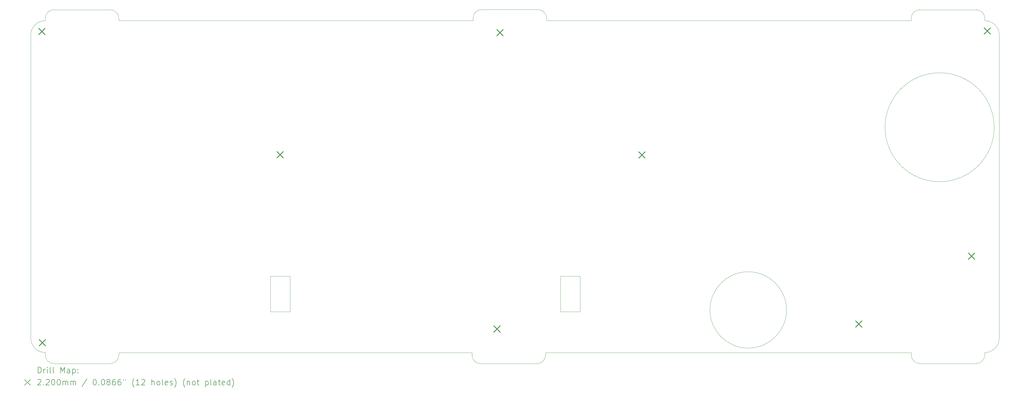
<source format=gbr>
%TF.GenerationSoftware,KiCad,Pcbnew,7.0.6*%
%TF.CreationDate,2023-09-10T15:30:53-07:00*%
%TF.ProjectId,top plate,746f7020-706c-4617-9465-2e6b69636164,rev?*%
%TF.SameCoordinates,Original*%
%TF.FileFunction,Drillmap*%
%TF.FilePolarity,Positive*%
%FSLAX45Y45*%
G04 Gerber Fmt 4.5, Leading zero omitted, Abs format (unit mm)*
G04 Created by KiCad (PCBNEW 7.0.6) date 2023-09-10 15:30:53*
%MOMM*%
%LPD*%
G01*
G04 APERTURE LIST*
%ADD10C,0.100000*%
%ADD11C,0.200000*%
%ADD12C,0.220000*%
G04 APERTURE END LIST*
D10*
X30314067Y-13300831D02*
X32250413Y-13300831D01*
X17805936Y-13605874D02*
G75*
G03*
X17505943Y-13305874I-299996J5D01*
G01*
D11*
X14769597Y-13995523D02*
G75*
G03*
X14769597Y-13995523I0J0D01*
G01*
D10*
X32550409Y-13600831D02*
G75*
G03*
X32250413Y-13300831I-299999J1D01*
G01*
X15269597Y-25152154D02*
X15269597Y-25231921D01*
X14769606Y-24652154D02*
G75*
G03*
X15269597Y-25152154I499994J-6D01*
G01*
X30314067Y-13300827D02*
G75*
G03*
X30014067Y-13600831I3J-300003D01*
G01*
X40820570Y-23679495D02*
G75*
G03*
X40820570Y-23679495I-1319493J0D01*
G01*
X29977991Y-25158234D02*
X17805943Y-25152154D01*
X30014067Y-13680597D02*
X17805943Y-13685641D01*
X32550413Y-13680597D02*
X45118251Y-13685641D01*
X17505943Y-25531923D02*
G75*
G03*
X17805943Y-25231921I-3J300003D01*
G01*
X47654597Y-13605874D02*
X47654597Y-13685641D01*
X29977991Y-25158234D02*
X29977991Y-25238000D01*
X45118251Y-13685641D02*
X45118251Y-13605874D01*
X15569597Y-13305874D02*
X17505943Y-13305874D01*
X45418251Y-13305881D02*
G75*
G03*
X45118251Y-13605874I-11J-299989D01*
G01*
X15569597Y-13305867D02*
G75*
G03*
X15269597Y-13605874I-7J-299993D01*
G01*
X17805943Y-25152154D02*
X17805943Y-25231921D01*
X14769597Y-24652154D02*
X14769597Y-14185641D01*
X29977990Y-25238000D02*
G75*
G03*
X30277991Y-25538000I300000J0D01*
G01*
X47354597Y-25531917D02*
G75*
G03*
X47654597Y-25231921I3J299997D01*
G01*
X45118251Y-25152154D02*
X45118251Y-25231921D01*
X45418251Y-25531921D02*
X47354597Y-25531921D01*
D11*
X14769597Y-24520523D02*
G75*
G03*
X14769597Y-24520523I0J0D01*
G01*
X48154597Y-13995523D02*
G75*
G03*
X48154597Y-13995523I0J0D01*
G01*
D10*
X32550413Y-13600831D02*
X32550413Y-13680597D01*
X47978685Y-17367477D02*
G75*
G03*
X47978685Y-17367477I-1881356J0D01*
G01*
D11*
X48154597Y-24520523D02*
G75*
G03*
X48154597Y-24520523I0J0D01*
G01*
D10*
X45118251Y-25152154D02*
X32514337Y-25158234D01*
X45118249Y-25231921D02*
G75*
G03*
X45418251Y-25531921I300001J1D01*
G01*
X15569597Y-25531921D02*
X17505943Y-25531921D01*
X30014067Y-13680597D02*
X30014067Y-13600831D01*
X48154597Y-14185641D02*
X48154597Y-24652154D01*
X32214337Y-25537997D02*
G75*
G03*
X32514337Y-25238000I3J299997D01*
G01*
X17805943Y-13605874D02*
X17805943Y-13685641D01*
X47654595Y-13605874D02*
G75*
G03*
X47354597Y-13305874I-299996J5D01*
G01*
X47654597Y-25231921D02*
X47654597Y-25152154D01*
X47654597Y-25152157D02*
G75*
G03*
X48154597Y-24652154I-7J500007D01*
G01*
X15269599Y-25231921D02*
G75*
G03*
X15569597Y-25531921I300001J1D01*
G01*
X33033259Y-22515391D02*
X33708391Y-22515391D01*
X33708391Y-23744504D01*
X33033259Y-23744504D01*
X33033259Y-22515391D01*
X45418251Y-13305874D02*
X47354597Y-13305874D01*
X23033189Y-22517153D02*
X23706593Y-22517153D01*
X23706593Y-23744519D01*
X23033189Y-23744519D01*
X23033189Y-22517153D01*
X15269597Y-13685641D02*
X15269597Y-13605874D01*
X32514337Y-25238000D02*
X32514337Y-25158234D01*
X30277991Y-25538000D02*
X32214337Y-25538000D01*
X15269597Y-13685647D02*
G75*
G03*
X14769597Y-14185641I-7J-499993D01*
G01*
X48154599Y-14185641D02*
G75*
G03*
X47654597Y-13685641I-499999J1D01*
G01*
D11*
D12*
X15039897Y-13944232D02*
X15259897Y-14164232D01*
X15259897Y-13944232D02*
X15039897Y-14164232D01*
X15058983Y-24701207D02*
X15278983Y-24921207D01*
X15278983Y-24701207D02*
X15058983Y-24921207D01*
X23254243Y-18201252D02*
X23474243Y-18421252D01*
X23474243Y-18201252D02*
X23254243Y-18421252D01*
X23254243Y-18201252D02*
X23474243Y-18421252D01*
X23474243Y-18201252D02*
X23254243Y-18421252D01*
X30724930Y-24224707D02*
X30944930Y-24444707D01*
X30944930Y-24224707D02*
X30724930Y-24444707D01*
X30829358Y-13990019D02*
X31049358Y-14210019D01*
X31049358Y-13990019D02*
X30829358Y-14210019D01*
X35720649Y-18212446D02*
X35940649Y-18432446D01*
X35940649Y-18212446D02*
X35720649Y-18432446D01*
X43198966Y-24051914D02*
X43418966Y-24271914D01*
X43418966Y-24051914D02*
X43198966Y-24271914D01*
X47083732Y-21709736D02*
X47303732Y-21929736D01*
X47303732Y-21709736D02*
X47083732Y-21929736D01*
X47083732Y-21709736D02*
X47303732Y-21929736D01*
X47303732Y-21709736D02*
X47083732Y-21929736D01*
X47628378Y-13927363D02*
X47848378Y-14147363D01*
X47848378Y-13927363D02*
X47628378Y-14147363D01*
X47628378Y-13927363D02*
X47848378Y-14147363D01*
X47848378Y-13927363D02*
X47628378Y-14147363D01*
D11*
X15020373Y-25854484D02*
X15020373Y-25654484D01*
X15020373Y-25654484D02*
X15067992Y-25654484D01*
X15067992Y-25654484D02*
X15096564Y-25664008D01*
X15096564Y-25664008D02*
X15115612Y-25683055D01*
X15115612Y-25683055D02*
X15125135Y-25702103D01*
X15125135Y-25702103D02*
X15134659Y-25740198D01*
X15134659Y-25740198D02*
X15134659Y-25768770D01*
X15134659Y-25768770D02*
X15125135Y-25806865D01*
X15125135Y-25806865D02*
X15115612Y-25825912D01*
X15115612Y-25825912D02*
X15096564Y-25844960D01*
X15096564Y-25844960D02*
X15067992Y-25854484D01*
X15067992Y-25854484D02*
X15020373Y-25854484D01*
X15220373Y-25854484D02*
X15220373Y-25721150D01*
X15220373Y-25759246D02*
X15229897Y-25740198D01*
X15229897Y-25740198D02*
X15239421Y-25730674D01*
X15239421Y-25730674D02*
X15258469Y-25721150D01*
X15258469Y-25721150D02*
X15277516Y-25721150D01*
X15344183Y-25854484D02*
X15344183Y-25721150D01*
X15344183Y-25654484D02*
X15334659Y-25664008D01*
X15334659Y-25664008D02*
X15344183Y-25673531D01*
X15344183Y-25673531D02*
X15353707Y-25664008D01*
X15353707Y-25664008D02*
X15344183Y-25654484D01*
X15344183Y-25654484D02*
X15344183Y-25673531D01*
X15467992Y-25854484D02*
X15448945Y-25844960D01*
X15448945Y-25844960D02*
X15439421Y-25825912D01*
X15439421Y-25825912D02*
X15439421Y-25654484D01*
X15572754Y-25854484D02*
X15553707Y-25844960D01*
X15553707Y-25844960D02*
X15544183Y-25825912D01*
X15544183Y-25825912D02*
X15544183Y-25654484D01*
X15801326Y-25854484D02*
X15801326Y-25654484D01*
X15801326Y-25654484D02*
X15867993Y-25797341D01*
X15867993Y-25797341D02*
X15934659Y-25654484D01*
X15934659Y-25654484D02*
X15934659Y-25854484D01*
X16115612Y-25854484D02*
X16115612Y-25749722D01*
X16115612Y-25749722D02*
X16106088Y-25730674D01*
X16106088Y-25730674D02*
X16087040Y-25721150D01*
X16087040Y-25721150D02*
X16048945Y-25721150D01*
X16048945Y-25721150D02*
X16029897Y-25730674D01*
X16115612Y-25844960D02*
X16096564Y-25854484D01*
X16096564Y-25854484D02*
X16048945Y-25854484D01*
X16048945Y-25854484D02*
X16029897Y-25844960D01*
X16029897Y-25844960D02*
X16020373Y-25825912D01*
X16020373Y-25825912D02*
X16020373Y-25806865D01*
X16020373Y-25806865D02*
X16029897Y-25787817D01*
X16029897Y-25787817D02*
X16048945Y-25778293D01*
X16048945Y-25778293D02*
X16096564Y-25778293D01*
X16096564Y-25778293D02*
X16115612Y-25768770D01*
X16210850Y-25721150D02*
X16210850Y-25921150D01*
X16210850Y-25730674D02*
X16229897Y-25721150D01*
X16229897Y-25721150D02*
X16267993Y-25721150D01*
X16267993Y-25721150D02*
X16287040Y-25730674D01*
X16287040Y-25730674D02*
X16296564Y-25740198D01*
X16296564Y-25740198D02*
X16306088Y-25759246D01*
X16306088Y-25759246D02*
X16306088Y-25816389D01*
X16306088Y-25816389D02*
X16296564Y-25835436D01*
X16296564Y-25835436D02*
X16287040Y-25844960D01*
X16287040Y-25844960D02*
X16267993Y-25854484D01*
X16267993Y-25854484D02*
X16229897Y-25854484D01*
X16229897Y-25854484D02*
X16210850Y-25844960D01*
X16391802Y-25835436D02*
X16401326Y-25844960D01*
X16401326Y-25844960D02*
X16391802Y-25854484D01*
X16391802Y-25854484D02*
X16382278Y-25844960D01*
X16382278Y-25844960D02*
X16391802Y-25835436D01*
X16391802Y-25835436D02*
X16391802Y-25854484D01*
X16391802Y-25730674D02*
X16401326Y-25740198D01*
X16401326Y-25740198D02*
X16391802Y-25749722D01*
X16391802Y-25749722D02*
X16382278Y-25740198D01*
X16382278Y-25740198D02*
X16391802Y-25730674D01*
X16391802Y-25730674D02*
X16391802Y-25749722D01*
X14559597Y-26083000D02*
X14759597Y-26283000D01*
X14759597Y-26083000D02*
X14559597Y-26283000D01*
X15010850Y-26093531D02*
X15020373Y-26084008D01*
X15020373Y-26084008D02*
X15039421Y-26074484D01*
X15039421Y-26074484D02*
X15087040Y-26074484D01*
X15087040Y-26074484D02*
X15106088Y-26084008D01*
X15106088Y-26084008D02*
X15115612Y-26093531D01*
X15115612Y-26093531D02*
X15125135Y-26112579D01*
X15125135Y-26112579D02*
X15125135Y-26131627D01*
X15125135Y-26131627D02*
X15115612Y-26160198D01*
X15115612Y-26160198D02*
X15001326Y-26274484D01*
X15001326Y-26274484D02*
X15125135Y-26274484D01*
X15210850Y-26255436D02*
X15220373Y-26264960D01*
X15220373Y-26264960D02*
X15210850Y-26274484D01*
X15210850Y-26274484D02*
X15201326Y-26264960D01*
X15201326Y-26264960D02*
X15210850Y-26255436D01*
X15210850Y-26255436D02*
X15210850Y-26274484D01*
X15296564Y-26093531D02*
X15306088Y-26084008D01*
X15306088Y-26084008D02*
X15325135Y-26074484D01*
X15325135Y-26074484D02*
X15372754Y-26074484D01*
X15372754Y-26074484D02*
X15391802Y-26084008D01*
X15391802Y-26084008D02*
X15401326Y-26093531D01*
X15401326Y-26093531D02*
X15410850Y-26112579D01*
X15410850Y-26112579D02*
X15410850Y-26131627D01*
X15410850Y-26131627D02*
X15401326Y-26160198D01*
X15401326Y-26160198D02*
X15287040Y-26274484D01*
X15287040Y-26274484D02*
X15410850Y-26274484D01*
X15534659Y-26074484D02*
X15553707Y-26074484D01*
X15553707Y-26074484D02*
X15572754Y-26084008D01*
X15572754Y-26084008D02*
X15582278Y-26093531D01*
X15582278Y-26093531D02*
X15591802Y-26112579D01*
X15591802Y-26112579D02*
X15601326Y-26150674D01*
X15601326Y-26150674D02*
X15601326Y-26198293D01*
X15601326Y-26198293D02*
X15591802Y-26236389D01*
X15591802Y-26236389D02*
X15582278Y-26255436D01*
X15582278Y-26255436D02*
X15572754Y-26264960D01*
X15572754Y-26264960D02*
X15553707Y-26274484D01*
X15553707Y-26274484D02*
X15534659Y-26274484D01*
X15534659Y-26274484D02*
X15515612Y-26264960D01*
X15515612Y-26264960D02*
X15506088Y-26255436D01*
X15506088Y-26255436D02*
X15496564Y-26236389D01*
X15496564Y-26236389D02*
X15487040Y-26198293D01*
X15487040Y-26198293D02*
X15487040Y-26150674D01*
X15487040Y-26150674D02*
X15496564Y-26112579D01*
X15496564Y-26112579D02*
X15506088Y-26093531D01*
X15506088Y-26093531D02*
X15515612Y-26084008D01*
X15515612Y-26084008D02*
X15534659Y-26074484D01*
X15725135Y-26074484D02*
X15744183Y-26074484D01*
X15744183Y-26074484D02*
X15763231Y-26084008D01*
X15763231Y-26084008D02*
X15772754Y-26093531D01*
X15772754Y-26093531D02*
X15782278Y-26112579D01*
X15782278Y-26112579D02*
X15791802Y-26150674D01*
X15791802Y-26150674D02*
X15791802Y-26198293D01*
X15791802Y-26198293D02*
X15782278Y-26236389D01*
X15782278Y-26236389D02*
X15772754Y-26255436D01*
X15772754Y-26255436D02*
X15763231Y-26264960D01*
X15763231Y-26264960D02*
X15744183Y-26274484D01*
X15744183Y-26274484D02*
X15725135Y-26274484D01*
X15725135Y-26274484D02*
X15706088Y-26264960D01*
X15706088Y-26264960D02*
X15696564Y-26255436D01*
X15696564Y-26255436D02*
X15687040Y-26236389D01*
X15687040Y-26236389D02*
X15677516Y-26198293D01*
X15677516Y-26198293D02*
X15677516Y-26150674D01*
X15677516Y-26150674D02*
X15687040Y-26112579D01*
X15687040Y-26112579D02*
X15696564Y-26093531D01*
X15696564Y-26093531D02*
X15706088Y-26084008D01*
X15706088Y-26084008D02*
X15725135Y-26074484D01*
X15877516Y-26274484D02*
X15877516Y-26141150D01*
X15877516Y-26160198D02*
X15887040Y-26150674D01*
X15887040Y-26150674D02*
X15906088Y-26141150D01*
X15906088Y-26141150D02*
X15934659Y-26141150D01*
X15934659Y-26141150D02*
X15953707Y-26150674D01*
X15953707Y-26150674D02*
X15963231Y-26169722D01*
X15963231Y-26169722D02*
X15963231Y-26274484D01*
X15963231Y-26169722D02*
X15972754Y-26150674D01*
X15972754Y-26150674D02*
X15991802Y-26141150D01*
X15991802Y-26141150D02*
X16020373Y-26141150D01*
X16020373Y-26141150D02*
X16039421Y-26150674D01*
X16039421Y-26150674D02*
X16048945Y-26169722D01*
X16048945Y-26169722D02*
X16048945Y-26274484D01*
X16144183Y-26274484D02*
X16144183Y-26141150D01*
X16144183Y-26160198D02*
X16153707Y-26150674D01*
X16153707Y-26150674D02*
X16172754Y-26141150D01*
X16172754Y-26141150D02*
X16201326Y-26141150D01*
X16201326Y-26141150D02*
X16220374Y-26150674D01*
X16220374Y-26150674D02*
X16229897Y-26169722D01*
X16229897Y-26169722D02*
X16229897Y-26274484D01*
X16229897Y-26169722D02*
X16239421Y-26150674D01*
X16239421Y-26150674D02*
X16258469Y-26141150D01*
X16258469Y-26141150D02*
X16287040Y-26141150D01*
X16287040Y-26141150D02*
X16306088Y-26150674D01*
X16306088Y-26150674D02*
X16315612Y-26169722D01*
X16315612Y-26169722D02*
X16315612Y-26274484D01*
X16706088Y-26064960D02*
X16534659Y-26322103D01*
X16963231Y-26074484D02*
X16982279Y-26074484D01*
X16982279Y-26074484D02*
X17001326Y-26084008D01*
X17001326Y-26084008D02*
X17010850Y-26093531D01*
X17010850Y-26093531D02*
X17020374Y-26112579D01*
X17020374Y-26112579D02*
X17029898Y-26150674D01*
X17029898Y-26150674D02*
X17029898Y-26198293D01*
X17029898Y-26198293D02*
X17020374Y-26236389D01*
X17020374Y-26236389D02*
X17010850Y-26255436D01*
X17010850Y-26255436D02*
X17001326Y-26264960D01*
X17001326Y-26264960D02*
X16982279Y-26274484D01*
X16982279Y-26274484D02*
X16963231Y-26274484D01*
X16963231Y-26274484D02*
X16944183Y-26264960D01*
X16944183Y-26264960D02*
X16934659Y-26255436D01*
X16934659Y-26255436D02*
X16925136Y-26236389D01*
X16925136Y-26236389D02*
X16915612Y-26198293D01*
X16915612Y-26198293D02*
X16915612Y-26150674D01*
X16915612Y-26150674D02*
X16925136Y-26112579D01*
X16925136Y-26112579D02*
X16934659Y-26093531D01*
X16934659Y-26093531D02*
X16944183Y-26084008D01*
X16944183Y-26084008D02*
X16963231Y-26074484D01*
X17115612Y-26255436D02*
X17125136Y-26264960D01*
X17125136Y-26264960D02*
X17115612Y-26274484D01*
X17115612Y-26274484D02*
X17106088Y-26264960D01*
X17106088Y-26264960D02*
X17115612Y-26255436D01*
X17115612Y-26255436D02*
X17115612Y-26274484D01*
X17248945Y-26074484D02*
X17267993Y-26074484D01*
X17267993Y-26074484D02*
X17287040Y-26084008D01*
X17287040Y-26084008D02*
X17296564Y-26093531D01*
X17296564Y-26093531D02*
X17306088Y-26112579D01*
X17306088Y-26112579D02*
X17315612Y-26150674D01*
X17315612Y-26150674D02*
X17315612Y-26198293D01*
X17315612Y-26198293D02*
X17306088Y-26236389D01*
X17306088Y-26236389D02*
X17296564Y-26255436D01*
X17296564Y-26255436D02*
X17287040Y-26264960D01*
X17287040Y-26264960D02*
X17267993Y-26274484D01*
X17267993Y-26274484D02*
X17248945Y-26274484D01*
X17248945Y-26274484D02*
X17229898Y-26264960D01*
X17229898Y-26264960D02*
X17220374Y-26255436D01*
X17220374Y-26255436D02*
X17210850Y-26236389D01*
X17210850Y-26236389D02*
X17201326Y-26198293D01*
X17201326Y-26198293D02*
X17201326Y-26150674D01*
X17201326Y-26150674D02*
X17210850Y-26112579D01*
X17210850Y-26112579D02*
X17220374Y-26093531D01*
X17220374Y-26093531D02*
X17229898Y-26084008D01*
X17229898Y-26084008D02*
X17248945Y-26074484D01*
X17429898Y-26160198D02*
X17410850Y-26150674D01*
X17410850Y-26150674D02*
X17401326Y-26141150D01*
X17401326Y-26141150D02*
X17391802Y-26122103D01*
X17391802Y-26122103D02*
X17391802Y-26112579D01*
X17391802Y-26112579D02*
X17401326Y-26093531D01*
X17401326Y-26093531D02*
X17410850Y-26084008D01*
X17410850Y-26084008D02*
X17429898Y-26074484D01*
X17429898Y-26074484D02*
X17467993Y-26074484D01*
X17467993Y-26074484D02*
X17487040Y-26084008D01*
X17487040Y-26084008D02*
X17496564Y-26093531D01*
X17496564Y-26093531D02*
X17506088Y-26112579D01*
X17506088Y-26112579D02*
X17506088Y-26122103D01*
X17506088Y-26122103D02*
X17496564Y-26141150D01*
X17496564Y-26141150D02*
X17487040Y-26150674D01*
X17487040Y-26150674D02*
X17467993Y-26160198D01*
X17467993Y-26160198D02*
X17429898Y-26160198D01*
X17429898Y-26160198D02*
X17410850Y-26169722D01*
X17410850Y-26169722D02*
X17401326Y-26179246D01*
X17401326Y-26179246D02*
X17391802Y-26198293D01*
X17391802Y-26198293D02*
X17391802Y-26236389D01*
X17391802Y-26236389D02*
X17401326Y-26255436D01*
X17401326Y-26255436D02*
X17410850Y-26264960D01*
X17410850Y-26264960D02*
X17429898Y-26274484D01*
X17429898Y-26274484D02*
X17467993Y-26274484D01*
X17467993Y-26274484D02*
X17487040Y-26264960D01*
X17487040Y-26264960D02*
X17496564Y-26255436D01*
X17496564Y-26255436D02*
X17506088Y-26236389D01*
X17506088Y-26236389D02*
X17506088Y-26198293D01*
X17506088Y-26198293D02*
X17496564Y-26179246D01*
X17496564Y-26179246D02*
X17487040Y-26169722D01*
X17487040Y-26169722D02*
X17467993Y-26160198D01*
X17677517Y-26074484D02*
X17639421Y-26074484D01*
X17639421Y-26074484D02*
X17620374Y-26084008D01*
X17620374Y-26084008D02*
X17610850Y-26093531D01*
X17610850Y-26093531D02*
X17591802Y-26122103D01*
X17591802Y-26122103D02*
X17582279Y-26160198D01*
X17582279Y-26160198D02*
X17582279Y-26236389D01*
X17582279Y-26236389D02*
X17591802Y-26255436D01*
X17591802Y-26255436D02*
X17601326Y-26264960D01*
X17601326Y-26264960D02*
X17620374Y-26274484D01*
X17620374Y-26274484D02*
X17658469Y-26274484D01*
X17658469Y-26274484D02*
X17677517Y-26264960D01*
X17677517Y-26264960D02*
X17687040Y-26255436D01*
X17687040Y-26255436D02*
X17696564Y-26236389D01*
X17696564Y-26236389D02*
X17696564Y-26188770D01*
X17696564Y-26188770D02*
X17687040Y-26169722D01*
X17687040Y-26169722D02*
X17677517Y-26160198D01*
X17677517Y-26160198D02*
X17658469Y-26150674D01*
X17658469Y-26150674D02*
X17620374Y-26150674D01*
X17620374Y-26150674D02*
X17601326Y-26160198D01*
X17601326Y-26160198D02*
X17591802Y-26169722D01*
X17591802Y-26169722D02*
X17582279Y-26188770D01*
X17867993Y-26074484D02*
X17829898Y-26074484D01*
X17829898Y-26074484D02*
X17810850Y-26084008D01*
X17810850Y-26084008D02*
X17801326Y-26093531D01*
X17801326Y-26093531D02*
X17782279Y-26122103D01*
X17782279Y-26122103D02*
X17772755Y-26160198D01*
X17772755Y-26160198D02*
X17772755Y-26236389D01*
X17772755Y-26236389D02*
X17782279Y-26255436D01*
X17782279Y-26255436D02*
X17791802Y-26264960D01*
X17791802Y-26264960D02*
X17810850Y-26274484D01*
X17810850Y-26274484D02*
X17848945Y-26274484D01*
X17848945Y-26274484D02*
X17867993Y-26264960D01*
X17867993Y-26264960D02*
X17877517Y-26255436D01*
X17877517Y-26255436D02*
X17887040Y-26236389D01*
X17887040Y-26236389D02*
X17887040Y-26188770D01*
X17887040Y-26188770D02*
X17877517Y-26169722D01*
X17877517Y-26169722D02*
X17867993Y-26160198D01*
X17867993Y-26160198D02*
X17848945Y-26150674D01*
X17848945Y-26150674D02*
X17810850Y-26150674D01*
X17810850Y-26150674D02*
X17791802Y-26160198D01*
X17791802Y-26160198D02*
X17782279Y-26169722D01*
X17782279Y-26169722D02*
X17772755Y-26188770D01*
X17963231Y-26074484D02*
X17963231Y-26112579D01*
X18039421Y-26074484D02*
X18039421Y-26112579D01*
X18334660Y-26350674D02*
X18325136Y-26341150D01*
X18325136Y-26341150D02*
X18306088Y-26312579D01*
X18306088Y-26312579D02*
X18296564Y-26293531D01*
X18296564Y-26293531D02*
X18287041Y-26264960D01*
X18287041Y-26264960D02*
X18277517Y-26217341D01*
X18277517Y-26217341D02*
X18277517Y-26179246D01*
X18277517Y-26179246D02*
X18287041Y-26131627D01*
X18287041Y-26131627D02*
X18296564Y-26103055D01*
X18296564Y-26103055D02*
X18306088Y-26084008D01*
X18306088Y-26084008D02*
X18325136Y-26055436D01*
X18325136Y-26055436D02*
X18334660Y-26045912D01*
X18515612Y-26274484D02*
X18401326Y-26274484D01*
X18458469Y-26274484D02*
X18458469Y-26074484D01*
X18458469Y-26074484D02*
X18439421Y-26103055D01*
X18439421Y-26103055D02*
X18420374Y-26122103D01*
X18420374Y-26122103D02*
X18401326Y-26131627D01*
X18591802Y-26093531D02*
X18601326Y-26084008D01*
X18601326Y-26084008D02*
X18620374Y-26074484D01*
X18620374Y-26074484D02*
X18667993Y-26074484D01*
X18667993Y-26074484D02*
X18687041Y-26084008D01*
X18687041Y-26084008D02*
X18696564Y-26093531D01*
X18696564Y-26093531D02*
X18706088Y-26112579D01*
X18706088Y-26112579D02*
X18706088Y-26131627D01*
X18706088Y-26131627D02*
X18696564Y-26160198D01*
X18696564Y-26160198D02*
X18582279Y-26274484D01*
X18582279Y-26274484D02*
X18706088Y-26274484D01*
X18944183Y-26274484D02*
X18944183Y-26074484D01*
X19029898Y-26274484D02*
X19029898Y-26169722D01*
X19029898Y-26169722D02*
X19020374Y-26150674D01*
X19020374Y-26150674D02*
X19001326Y-26141150D01*
X19001326Y-26141150D02*
X18972755Y-26141150D01*
X18972755Y-26141150D02*
X18953707Y-26150674D01*
X18953707Y-26150674D02*
X18944183Y-26160198D01*
X19153707Y-26274484D02*
X19134660Y-26264960D01*
X19134660Y-26264960D02*
X19125136Y-26255436D01*
X19125136Y-26255436D02*
X19115612Y-26236389D01*
X19115612Y-26236389D02*
X19115612Y-26179246D01*
X19115612Y-26179246D02*
X19125136Y-26160198D01*
X19125136Y-26160198D02*
X19134660Y-26150674D01*
X19134660Y-26150674D02*
X19153707Y-26141150D01*
X19153707Y-26141150D02*
X19182279Y-26141150D01*
X19182279Y-26141150D02*
X19201326Y-26150674D01*
X19201326Y-26150674D02*
X19210850Y-26160198D01*
X19210850Y-26160198D02*
X19220374Y-26179246D01*
X19220374Y-26179246D02*
X19220374Y-26236389D01*
X19220374Y-26236389D02*
X19210850Y-26255436D01*
X19210850Y-26255436D02*
X19201326Y-26264960D01*
X19201326Y-26264960D02*
X19182279Y-26274484D01*
X19182279Y-26274484D02*
X19153707Y-26274484D01*
X19334660Y-26274484D02*
X19315612Y-26264960D01*
X19315612Y-26264960D02*
X19306088Y-26245912D01*
X19306088Y-26245912D02*
X19306088Y-26074484D01*
X19487041Y-26264960D02*
X19467993Y-26274484D01*
X19467993Y-26274484D02*
X19429898Y-26274484D01*
X19429898Y-26274484D02*
X19410850Y-26264960D01*
X19410850Y-26264960D02*
X19401326Y-26245912D01*
X19401326Y-26245912D02*
X19401326Y-26169722D01*
X19401326Y-26169722D02*
X19410850Y-26150674D01*
X19410850Y-26150674D02*
X19429898Y-26141150D01*
X19429898Y-26141150D02*
X19467993Y-26141150D01*
X19467993Y-26141150D02*
X19487041Y-26150674D01*
X19487041Y-26150674D02*
X19496564Y-26169722D01*
X19496564Y-26169722D02*
X19496564Y-26188770D01*
X19496564Y-26188770D02*
X19401326Y-26207817D01*
X19572755Y-26264960D02*
X19591803Y-26274484D01*
X19591803Y-26274484D02*
X19629898Y-26274484D01*
X19629898Y-26274484D02*
X19648945Y-26264960D01*
X19648945Y-26264960D02*
X19658469Y-26245912D01*
X19658469Y-26245912D02*
X19658469Y-26236389D01*
X19658469Y-26236389D02*
X19648945Y-26217341D01*
X19648945Y-26217341D02*
X19629898Y-26207817D01*
X19629898Y-26207817D02*
X19601326Y-26207817D01*
X19601326Y-26207817D02*
X19582279Y-26198293D01*
X19582279Y-26198293D02*
X19572755Y-26179246D01*
X19572755Y-26179246D02*
X19572755Y-26169722D01*
X19572755Y-26169722D02*
X19582279Y-26150674D01*
X19582279Y-26150674D02*
X19601326Y-26141150D01*
X19601326Y-26141150D02*
X19629898Y-26141150D01*
X19629898Y-26141150D02*
X19648945Y-26150674D01*
X19725136Y-26350674D02*
X19734660Y-26341150D01*
X19734660Y-26341150D02*
X19753707Y-26312579D01*
X19753707Y-26312579D02*
X19763231Y-26293531D01*
X19763231Y-26293531D02*
X19772755Y-26264960D01*
X19772755Y-26264960D02*
X19782279Y-26217341D01*
X19782279Y-26217341D02*
X19782279Y-26179246D01*
X19782279Y-26179246D02*
X19772755Y-26131627D01*
X19772755Y-26131627D02*
X19763231Y-26103055D01*
X19763231Y-26103055D02*
X19753707Y-26084008D01*
X19753707Y-26084008D02*
X19734660Y-26055436D01*
X19734660Y-26055436D02*
X19725136Y-26045912D01*
X20087041Y-26350674D02*
X20077517Y-26341150D01*
X20077517Y-26341150D02*
X20058469Y-26312579D01*
X20058469Y-26312579D02*
X20048945Y-26293531D01*
X20048945Y-26293531D02*
X20039422Y-26264960D01*
X20039422Y-26264960D02*
X20029898Y-26217341D01*
X20029898Y-26217341D02*
X20029898Y-26179246D01*
X20029898Y-26179246D02*
X20039422Y-26131627D01*
X20039422Y-26131627D02*
X20048945Y-26103055D01*
X20048945Y-26103055D02*
X20058469Y-26084008D01*
X20058469Y-26084008D02*
X20077517Y-26055436D01*
X20077517Y-26055436D02*
X20087041Y-26045912D01*
X20163231Y-26141150D02*
X20163231Y-26274484D01*
X20163231Y-26160198D02*
X20172755Y-26150674D01*
X20172755Y-26150674D02*
X20191803Y-26141150D01*
X20191803Y-26141150D02*
X20220374Y-26141150D01*
X20220374Y-26141150D02*
X20239422Y-26150674D01*
X20239422Y-26150674D02*
X20248945Y-26169722D01*
X20248945Y-26169722D02*
X20248945Y-26274484D01*
X20372755Y-26274484D02*
X20353707Y-26264960D01*
X20353707Y-26264960D02*
X20344184Y-26255436D01*
X20344184Y-26255436D02*
X20334660Y-26236389D01*
X20334660Y-26236389D02*
X20334660Y-26179246D01*
X20334660Y-26179246D02*
X20344184Y-26160198D01*
X20344184Y-26160198D02*
X20353707Y-26150674D01*
X20353707Y-26150674D02*
X20372755Y-26141150D01*
X20372755Y-26141150D02*
X20401326Y-26141150D01*
X20401326Y-26141150D02*
X20420374Y-26150674D01*
X20420374Y-26150674D02*
X20429898Y-26160198D01*
X20429898Y-26160198D02*
X20439422Y-26179246D01*
X20439422Y-26179246D02*
X20439422Y-26236389D01*
X20439422Y-26236389D02*
X20429898Y-26255436D01*
X20429898Y-26255436D02*
X20420374Y-26264960D01*
X20420374Y-26264960D02*
X20401326Y-26274484D01*
X20401326Y-26274484D02*
X20372755Y-26274484D01*
X20496565Y-26141150D02*
X20572755Y-26141150D01*
X20525136Y-26074484D02*
X20525136Y-26245912D01*
X20525136Y-26245912D02*
X20534660Y-26264960D01*
X20534660Y-26264960D02*
X20553707Y-26274484D01*
X20553707Y-26274484D02*
X20572755Y-26274484D01*
X20791803Y-26141150D02*
X20791803Y-26341150D01*
X20791803Y-26150674D02*
X20810850Y-26141150D01*
X20810850Y-26141150D02*
X20848946Y-26141150D01*
X20848946Y-26141150D02*
X20867993Y-26150674D01*
X20867993Y-26150674D02*
X20877517Y-26160198D01*
X20877517Y-26160198D02*
X20887041Y-26179246D01*
X20887041Y-26179246D02*
X20887041Y-26236389D01*
X20887041Y-26236389D02*
X20877517Y-26255436D01*
X20877517Y-26255436D02*
X20867993Y-26264960D01*
X20867993Y-26264960D02*
X20848946Y-26274484D01*
X20848946Y-26274484D02*
X20810850Y-26274484D01*
X20810850Y-26274484D02*
X20791803Y-26264960D01*
X21001326Y-26274484D02*
X20982279Y-26264960D01*
X20982279Y-26264960D02*
X20972755Y-26245912D01*
X20972755Y-26245912D02*
X20972755Y-26074484D01*
X21163231Y-26274484D02*
X21163231Y-26169722D01*
X21163231Y-26169722D02*
X21153707Y-26150674D01*
X21153707Y-26150674D02*
X21134660Y-26141150D01*
X21134660Y-26141150D02*
X21096565Y-26141150D01*
X21096565Y-26141150D02*
X21077517Y-26150674D01*
X21163231Y-26264960D02*
X21144184Y-26274484D01*
X21144184Y-26274484D02*
X21096565Y-26274484D01*
X21096565Y-26274484D02*
X21077517Y-26264960D01*
X21077517Y-26264960D02*
X21067993Y-26245912D01*
X21067993Y-26245912D02*
X21067993Y-26226865D01*
X21067993Y-26226865D02*
X21077517Y-26207817D01*
X21077517Y-26207817D02*
X21096565Y-26198293D01*
X21096565Y-26198293D02*
X21144184Y-26198293D01*
X21144184Y-26198293D02*
X21163231Y-26188770D01*
X21229898Y-26141150D02*
X21306088Y-26141150D01*
X21258469Y-26074484D02*
X21258469Y-26245912D01*
X21258469Y-26245912D02*
X21267993Y-26264960D01*
X21267993Y-26264960D02*
X21287041Y-26274484D01*
X21287041Y-26274484D02*
X21306088Y-26274484D01*
X21448946Y-26264960D02*
X21429898Y-26274484D01*
X21429898Y-26274484D02*
X21391803Y-26274484D01*
X21391803Y-26274484D02*
X21372755Y-26264960D01*
X21372755Y-26264960D02*
X21363231Y-26245912D01*
X21363231Y-26245912D02*
X21363231Y-26169722D01*
X21363231Y-26169722D02*
X21372755Y-26150674D01*
X21372755Y-26150674D02*
X21391803Y-26141150D01*
X21391803Y-26141150D02*
X21429898Y-26141150D01*
X21429898Y-26141150D02*
X21448946Y-26150674D01*
X21448946Y-26150674D02*
X21458469Y-26169722D01*
X21458469Y-26169722D02*
X21458469Y-26188770D01*
X21458469Y-26188770D02*
X21363231Y-26207817D01*
X21629898Y-26274484D02*
X21629898Y-26074484D01*
X21629898Y-26264960D02*
X21610850Y-26274484D01*
X21610850Y-26274484D02*
X21572755Y-26274484D01*
X21572755Y-26274484D02*
X21553707Y-26264960D01*
X21553707Y-26264960D02*
X21544184Y-26255436D01*
X21544184Y-26255436D02*
X21534660Y-26236389D01*
X21534660Y-26236389D02*
X21534660Y-26179246D01*
X21534660Y-26179246D02*
X21544184Y-26160198D01*
X21544184Y-26160198D02*
X21553707Y-26150674D01*
X21553707Y-26150674D02*
X21572755Y-26141150D01*
X21572755Y-26141150D02*
X21610850Y-26141150D01*
X21610850Y-26141150D02*
X21629898Y-26150674D01*
X21706088Y-26350674D02*
X21715612Y-26341150D01*
X21715612Y-26341150D02*
X21734660Y-26312579D01*
X21734660Y-26312579D02*
X21744184Y-26293531D01*
X21744184Y-26293531D02*
X21753707Y-26264960D01*
X21753707Y-26264960D02*
X21763231Y-26217341D01*
X21763231Y-26217341D02*
X21763231Y-26179246D01*
X21763231Y-26179246D02*
X21753707Y-26131627D01*
X21753707Y-26131627D02*
X21744184Y-26103055D01*
X21744184Y-26103055D02*
X21734660Y-26084008D01*
X21734660Y-26084008D02*
X21715612Y-26055436D01*
X21715612Y-26055436D02*
X21706088Y-26045912D01*
M02*

</source>
